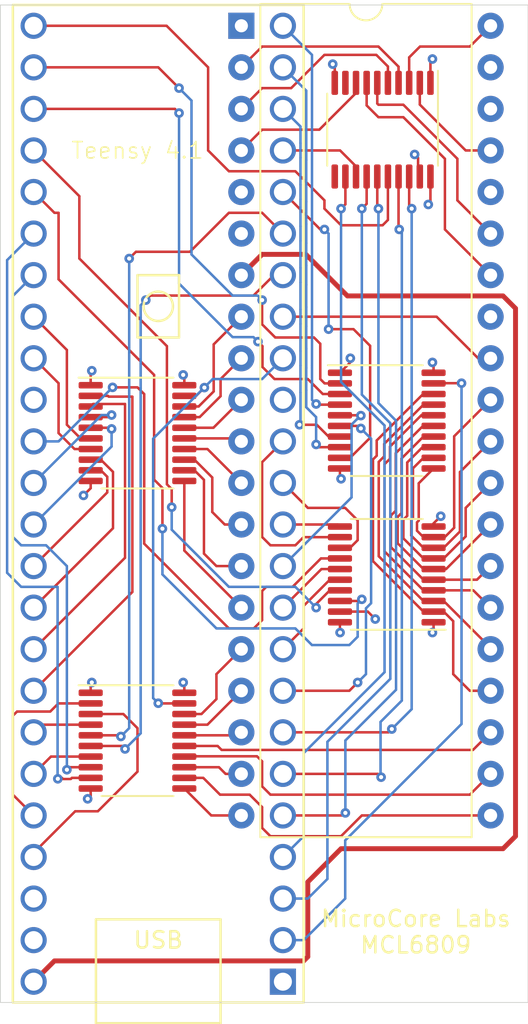
<source format=kicad_pcb>
(kicad_pcb (version 20211014) (generator pcbnew)
  (layers (0 "F.Cu" signal "L1.Cu") (1 "In1.Cu" signal "L2.Cu") (2 "In2.Cu" signal "L3.Cu") (31 "B.Cu" signal "L4.Cu") (34 "B.Paste" user) (35 "F.Paste" user) (36 "B.SilkS" user "B.Silkscreen") (37 "F.SilkS" user "F.Silkscreen") (38 "B.Mask" user) (39 "F.Mask" user) (44 "Edge.Cuts" user))
  (net 0 "")
  (net 1 "+3V3")
  (net 2 "CPU_D0")
  (net 3 "CPU_D1")
  (net 4 "CPU_D2")
  (net 5 "CPU_D3")
  (net 6 "CPU_D4")
  (net 7 "CPU_D5")
  (net 8 "CPU_D6")
  (net 9 "CPU_D7")
  (net 10 "GND")
  (net 11 "TEENSY_DATA_IN7")
  (net 12 "TEENSY_DATA_IN6")
  (net 13 "TEENSY_DATA_IN5")
  (net 14 "TEENSY_DATA_IN4")
  (net 15 "TEENSY_DATA_IN3")
  (net 16 "TEENSY_DATA_IN2")
  (net 17 "TEENSY_DATA_IN1")
  (net 18 "TEENSY_DATA_IN0")
  (net 19 "TEENSY_DATA_OUT0")
  (net 20 "TEENSY_DATA_OUT1")
  (net 21 "TEENSY_DATA_OUT2")
  (net 22 "TEENSY_DATA_OUT3")
  (net 23 "TEENSY_DATA_OUT4")
  (net 24 "TEENSY_DATA_OUT5")
  (net 25 "TEENSY_DATA_OUT6")
  (net 26 "TEENSY_DATA_OUT7")
  (net 27 "DATA_OE_n")
  (net 28 "TEENSY_ADDR_OUT0")
  (net 29 "TEENSY_ADDR_OUT1")
  (net 30 "TEENSY_ADDR_OUT2")
  (net 31 "TEENSY_ADDR_OUT3")
  (net 32 "TEENSY_ADDR_OUT4")
  (net 33 "TEENSY_ADDR_OUT5")
  (net 34 "TEENSY_ADDR_OUT6")
  (net 35 "TEENSY_ADDR_OUT7")
  (net 36 "CPU_A7")
  (net 37 "CPU_A6")
  (net 38 "CPU_A5")
  (net 39 "CPU_A4")
  (net 40 "CPU_A3")
  (net 41 "CPU_A2")
  (net 42 "CPU_A1")
  (net 43 "CPU_A0")
  (net 44 "ADDR_OE_n")
  (net 45 "TEENSY_ADDR_OUT8")
  (net 46 "TEENSY_ADDR_OUT9")
  (net 47 "TEENSY_ADDR_OUT10")
  (net 48 "TEENSY_ADDR_OUT11")
  (net 49 "TEENSY_ADDR_OUT12")
  (net 50 "TEENSY_ADDR_OUT13")
  (net 51 "TEENSY_ADDR_OUT14")
  (net 52 "TEENSY_ADDR_OUT15")
  (net 53 "CPU_A15")
  (net 54 "CPU_A14")
  (net 55 "CPU_A13")
  (net 56 "CPU_A12")
  (net 57 "CPU_A11")
  (net 58 "CPU_A10")
  (net 59 "CPU_A9")
  (net 60 "CPU_A8")
  (net 61 "CPU_RESET_n")
  (net 62 "CPU_NMI_n")
  (net 63 "CPU_IRQ_n")
  (net 64 "CPU_FIRQ_n")
  (net 65 "CPU_HALT_n")
  (net 66 "TEENSY_CLK_Q")
  (net 67 "TEENSY_CLK_E")
  (net 68 "CPU_CLK_E")
  (net 69 "TEENSY_RDWR_n")
  (net 70 "CPU_CLK_Q")
  (net 71 "TEENSY_HALT_n")
  (net 72 "TEENSY_FIRQ_n")
  (net 73 "TEENSY_IRQ_n")
  (net 74 "TEENSY_NMI_n")
  (net 75 "TEENSY_RESET_n")
  (net 78 "+5V")
  (footprint "Package_SO:TSSOP-20_4.4x6.5mm_P0.65mm" (layer "F.Cu") (at 175.26 116.332 180)
    (fp_text reference "U1" hide)
    (fp_text value "SN74LVC245A" hide)
  )
  (footprint "Teensy:Teensy41_Ted_Modified" (layer "F.Cu") (at 161.29 112.014 90)
    (fp_text reference "U2" hide)
    (fp_text value "Teensy4.1" hide)
  )
  (footprint "Package_SO:TSSOP-20_4.4x6.5mm_P0.65mm" (layer "F.Cu") (at 160.02 126.492)
    (fp_text reference "U5" hide)
    (fp_text value "SN74LVC245A" hide)
  )
  (footprint "Package_DIP:DIP-40_W15.24mm" (layer "F.Cu") (at 166.37 82.804)
    (fp_text reference "U7" hide)
    (fp_text value "MC6809E" hide)
  )
  (footprint "Package_SO:TSSOP-20_4.4x6.5mm_P0.65mm" (layer "F.Cu") (at 175.006 89.154 -90)
    (fp_text reference "U6" hide)
    (fp_text value "SN74LVC245A" hide)
  )
  (footprint "Package_SO:TSSOP-20_4.4x6.5mm_P0.65mm" (layer "F.Cu") (at 175.26 106.934)
    (fp_text reference "U3" hide)
    (fp_text value "SN74LVC245A" hide)
  )
  (footprint "Package_SO:TSSOP-20_4.4x6.5mm_P0.65mm" (layer "F.Cu") (at 160.02 107.696)
    (fp_text reference "U4" hide)
    (fp_text value "SN74LVC245A" hide)
  )
  (gr_line (start 151.638 142.494) (end 151.638 81.534) (layer "Edge.Cuts") (width 0.05))
  (gr_line (start 183.896 142.494) (end 151.638 142.494) (layer "Edge.Cuts") (width 0.05))
  (gr_line (start 151.638 81.534) (end 183.896 81.534) (layer "Edge.Cuts") (width 0.05))
  (gr_line (start 183.896 81.534) (end 183.896 142.494) (layer "Edge.Cuts") (width 0.05))
  (gr_text "MicroCore Labs\nMCL6809" (at 177.038 138.176) (layer "F.SilkS") (effects (font (size 1 1))))
  (gr_text "Teensy 4.1" (at 160.02 90.424) (layer "F.SilkS") (effects (font (size 1 1) (thickness 0.1))))
  (segment (start 162.8825 123.567) (end 162.8825 123.0045) (width 0.1524) (layer "F.Cu") (net 1))
  (segment (start 162.8825 104.2085) (end 162.814 104.14) (width 0.1524) (layer "F.Cu") (net 1))
  (segment (start 173.0338 103.3727) (end 173.0338 103.124) (width 0.1524) (layer "F.Cu") (net 1))
  (segment (start 177.931 84.959) (end 178.054 84.836) (width 0.1524) (layer "F.Cu") (net 1))
  (segment (start 178.1225 119.257) (end 178.1225 119.8195) (width 0.1524) (layer "F.Cu") (net 1))
  (segment (start 177.931 93.595) (end 177.8 93.726) (width 0.1524) (layer "F.Cu") (net 1))
  (segment (start 177.931 86.2915) (end 177.931 84.959) (width 0.1524) (layer "F.Cu") (net 1))
  (segment (start 172.3975 119.257) (end 172.3975 119.8793) (width 0.1524) (layer "F.Cu") (net 1))
  (segment (start 157.1575 123.0045) (end 157.226 122.936) (width 0.1524) (layer "F.Cu") (net 1))
  (segment (start 178.1225 104.009) (end 178.1225 103.4465) (width 0.1524) (layer "F.Cu") (net 1))
  (segment (start 157.1575 104.771) (end 157.1575 103.9545) (width 0.1524) (layer "F.Cu") (net 1))
  (segment (start 157.1575 123.567) (end 157.1575 123.0045) (width 0.1524) (layer "F.Cu") (net 1))
  (segment (start 178.1225 103.4465) (end 178.054 103.378) (width 0.1524) (layer "F.Cu") (net 1))
  (segment (start 157.1575 103.9545) (end 157.226 103.886) (width 0.1524) (layer "F.Cu") (net 1))
  (segment (start 178.1225 119.8195) (end 178.054 119.888) (width 0.1524) (layer "F.Cu") (net 1))
  (segment (start 177.931 92.0165) (end 177.931 93.595) (width 0.1524) (layer "F.Cu") (net 1))
  (segment (start 172.3975 104.009) (end 173.0338 103.3727) (width 0.1524) (layer "F.Cu") (net 1))
  (segment (start 162.8825 123.0045) (end 162.814 122.936) (width 0.1524) (layer "F.Cu") (net 1))
  (segment (start 162.8825 104.771) (end 162.8825 104.2085) (width 0.1524) (layer "F.Cu") (net 1))
  (segment (start 172.3975 119.8793) (end 172.4062 119.888) (width 0.1524) (layer "F.Cu") (net 1))
  (via (at 178.054 119.888) (size 0.5842) (drill 0.254) (layers "F.Cu" "B.Cu") (net 1))
  (via (at 157.226 122.936) (size 0.5842) (drill 0.254) (layers "F.Cu" "B.Cu") (net 1))
  (via (at 178.054 84.836) (size 0.5842) (drill 0.254) (layers "F.Cu" "B.Cu") (net 1))
  (via (at 157.226 103.886) (size 0.5842) (drill 0.254) (layers "F.Cu" "B.Cu") (net 1))
  (via (at 172.4062 119.888) (size 0.5842) (drill 0.254) (layers "F.Cu" "B.Cu") (net 1))
  (via (at 162.814 122.936) (size 0.5842) (drill 0.254) (layers "F.Cu" "B.Cu") (net 1))
  (via (at 173.0338 103.124) (size 0.5842) (drill 0.254) (layers "F.Cu" "B.Cu") (net 1))
  (via (at 177.8 93.726) (size 0.5842) (drill 0.254) (layers "F.Cu" "B.Cu") (net 1))
  (via (at 178.054 103.378) (size 0.5842) (drill 0.254) (layers "F.Cu" "B.Cu") (net 1))
  (via (at 162.814 104.14) (size 0.5842) (drill 0.254) (layers "F.Cu" "B.Cu") (net 1))
  (segment (start 177.10928 113.662628) (end 177.503652 114.057) (width 0.1524) (layer "F.Cu") (net 2))
  (segment (start 177.10928 113.151372) (end 177.215377 113.045275) (width 0.1524) (layer "F.Cu") (net 2))
  (segment (start 177.503652 114.057) (end 178.1225 114.057) (width 0.1524) (layer "F.Cu") (net 2))
  (segment (start 177.215377 110.766123) (end 178.1225 109.859) (width 0.1524) (layer "F.Cu") (net 2))
  (segment (start 179.382178 113.479822) (end 179.382178 107.891822) (width 0.1524) (layer "F.Cu") (net 2))
  (segment (start 179.382178 107.891822) (end 181.61 105.664) (width 0.1524) (layer "F.Cu") (net 2))
  (segment (start 177.10928 113.662628) (end 177.10928 113.151372) (width 0.1524) (layer "F.Cu") (net 2))
  (segment (start 178.1225 114.057) (end 178.805 114.057) (width 0.1524) (layer "F.Cu") (net 2))
  (segment (start 178.805 114.057) (end 179.382178 113.479822) (width 0.1524) (layer "F.Cu") (net 2))
  (segment (start 177.215377 113.045275) (end 177.215377 110.766123) (width 0.1524) (layer "F.Cu") (net 2))
  (segment (start 176.863466 109.849186) (end 177.503652 109.209) (width 0.1524) (layer "F.Cu") (net 3))
  (segment (start 178.1225 114.707) (end 178.741348 114.707) (width 0.1524) (layer "F.Cu") (net 3))
  (segment (start 176.757369 113.960717) (end 176.757369 113.005605) (width 0.1524) (layer "F.Cu") (net 3))
  (segment (start 179.734089 110.079911) (end 181.61 108.204) (width 0.1524) (layer "F.Cu") (net 3))
  (segment (start 177.503652 109.209) (end 178.1225 109.209) (width 0.1524) (layer "F.Cu") (net 3))
  (segment (start 178.1225 114.707) (end 177.503652 114.707) (width 0.1524) (layer "F.Cu") (net 3))
  (segment (start 178.741348 114.707) (end 179.734089 113.714259) (width 0.1524) (layer "F.Cu") (net 3))
  (segment (start 176.757369 113.005605) (end 176.863466 112.899508) (width 0.1524) (layer "F.Cu") (net 3))
  (segment (start 177.503652 114.707) (end 176.757369 113.960717) (width 0.1524) (layer "F.Cu") (net 3))
  (segment (start 179.734089 113.714259) (end 179.734089 110.079911) (width 0.1524) (layer "F.Cu") (net 3))
  (segment (start 176.863466 112.899508) (end 176.863466 109.849186) (width 0.1524) (layer "F.Cu") (net 3))
  (segment (start 178.741348 115.357) (end 180.086 114.012348) (width 0.1524) (layer "F.Cu") (net 4))
  (segment (start 176.276 112.989296) (end 176.511555 112.753741) (width 0.1524) (layer "F.Cu") (net 4))
  (segment (start 176.276 114.129348) (end 176.276 112.989296) (width 0.1524) (layer "F.Cu") (net 4))
  (segment (start 177.445 108.559) (end 178.1225 108.559) (width 0.1524) (layer "F.Cu") (net 4))
  (segment (start 180.086 114.012348) (end 180.086 112.268) (width 0.1524) (layer "F.Cu") (net 4))
  (segment (start 176.511555 112.753741) (end 176.511555 109.492445) (width 0.1524) (layer "F.Cu") (net 4))
  (segment (start 178.1225 115.357) (end 177.503652 115.357) (width 0.1524) (layer "F.Cu") (net 4))
  (segment (start 178.1225 115.357) (end 178.741348 115.357) (width 0.1524) (layer "F.Cu") (net 4))
  (segment (start 177.503652 115.357) (end 176.276 114.129348) (width 0.1524) (layer "F.Cu") (net 4))
  (segment (start 180.086 112.268) (end 181.61 110.744) (width 0.1524) (layer "F.Cu") (net 4))
  (segment (start 176.511555 109.492445) (end 177.445 108.559) (width 0.1524) (layer "F.Cu") (net 4))
  (segment (start 178.887 116.007) (end 181.61 113.284) (width 0.1524) (layer "F.Cu") (net 5))
  (segment (start 175.924089 114.427437) (end 175.924089 112.823457) (width 0.1524) (layer "F.Cu") (net 5))
  (segment (start 177.503652 116.007) (end 175.924089 114.427437) (width 0.1524) (layer "F.Cu") (net 5))
  (segment (start 178.1225 116.007) (end 177.503652 116.007) (width 0.1524) (layer "F.Cu") (net 5))
  (segment (start 176.159644 112.587902) (end 176.159644 109.253008) (width 0.1524) (layer "F.Cu") (net 5))
  (segment (start 175.924089 112.823457) (end 176.159644 112.587902) (width 0.1524) (layer "F.Cu") (net 5))
  (segment (start 177.503652 107.909) (end 178.1225 107.909) (width 0.1524) (layer "F.Cu") (net 5))
  (segment (start 178.1225 116.007) (end 178.887 116.007) (width 0.1524) (layer "F.Cu") (net 5))
  (segment (start 176.159644 109.253008) (end 177.503652 107.909) (width 0.1524) (layer "F.Cu") (net 5))
  (segment (start 175.807733 112.442103) (end 175.807733 108.926267) (width 0.1524) (layer "F.Cu") (net 6))
  (segment (start 178.1225 116.657) (end 180.777 116.657) (width 0.1524) (layer "F.Cu") (net 6))
  (segment (start 178.1225 116.657) (end 177.503652 116.657) (width 0.1524) (layer "F.Cu") (net 6))
  (segment (start 177.475 107.259) (end 178.1225 107.259) (width 0.1524) (layer "F.Cu") (net 6))
  (segment (start 175.514 114.667348) (end 175.514 112.735836) (width 0.1524) (layer "F.Cu") (net 6))
  (segment (start 175.807733 108.926267) (end 177.475 107.259) (width 0.1524) (layer "F.Cu") (net 6))
  (segment (start 177.503652 116.657) (end 175.514 114.667348) (width 0.1524) (layer "F.Cu") (net 6))
  (segment (start 180.777 116.657) (end 181.61 115.824) (width 0.1524) (layer "F.Cu") (net 6))
  (segment (start 175.514 112.735836) (end 175.807733 112.442103) (width 0.1524) (layer "F.Cu") (net 6))
  (segment (start 180.553 117.307) (end 181.61 118.364) (width 0.1524) (layer "F.Cu") (net 7))
  (segment (start 175.455822 109.266119) (end 175.455822 108.524898) (width 0.1524) (layer "F.Cu") (net 7))
  (segment (start 178.1225 117.307) (end 180.553 117.307) (width 0.1524) (layer "F.Cu") (net 7))
  (segment (start 175.455822 108.524898) (end 177.37172 106.609) (width 0.1524) (layer "F.Cu") (net 7))
  (segment (start 175.122357 109.599584) (end 175.455822 109.266119) (width 0.1524) (layer "F.Cu") (net 7))
  (segment (start 177.37172 106.609) (end 178.1225 106.609) (width 0.1524) (layer "F.Cu") (net 7))
  (segment (start 177.503652 117.307) (end 175.122357 114.925705) (width 0.1524) (layer "F.Cu") (net 7))
  (segment (start 178.1225 117.307) (end 177.503652 117.307) (width 0.1524) (layer "F.Cu") (net 7))
  (segment (start 175.122357 114.925705) (end 175.122357 109.599584) (width 0.1524) (layer "F.Cu") (net 7))
  (segment (start 178.1225 117.957) (end 177.503652 117.957) (width 0.1524) (layer "F.Cu") (net 8))
  (segment (start 174.770446 115.223794) (end 174.770446 109.453817) (width 0.1524) (layer "F.Cu") (net 8))
  (segment (start 175.103911 109.120352) (end 175.103911 108.358741) (width 0.1524) (layer "F.Cu") (net 8))
  (segment (start 177.503652 117.957) (end 174.770446 115.223794) (width 0.1524) (layer "F.Cu") (net 8))
  (segment (start 174.770446 109.453817) (end 175.103911 109.120352) (width 0.1524) (layer "F.Cu") (net 8))
  (segment (start 177.503652 105.959) (end 178.1225 105.959) (width 0.1524) (layer "F.Cu") (net 8))
  (segment (start 181.61 120.825652) (end 181.61 120.904) (width 0.1524) (layer "F.Cu") (net 8))
  (segment (start 178.741348 117.957) (end 181.61 120.825652) (width 0.1524) (layer "F.Cu") (net 8))
  (segment (start 178.1225 117.957) (end 178.741348 117.957) (width 0.1524) (layer "F.Cu") (net 8))
  (segment (start 175.103911 108.358741) (end 177.503652 105.959) (width 0.1524) (layer "F.Cu") (net 8))
  (segment (start 179.324 119.189652) (end 179.324 122.428) (width 0.1524) (layer "F.Cu") (net 9))
  (segment (start 178.1225 118.607) (end 177.503652 118.607) (width 0.1524) (layer "F.Cu") (net 9))
  (segment (start 174.418535 115.521883) (end 174.418535 109.30805) (width 0.1524) (layer "F.Cu") (net 9))
  (segment (start 180.34 123.444) (end 181.61 123.444) (width 0.1524) (layer "F.Cu") (net 9))
  (segment (start 174.418535 109.30805) (end 174.645909 109.080676) (width 0.1524) (layer "F.Cu") (net 9))
  (segment (start 174.645909 109.080676) (end 174.645909 108.146669) (width 0.1524) (layer "F.Cu") (net 9))
  (segment (start 177.483578 105.309) (end 178.1225 105.309) (width 0.1524) (layer "F.Cu") (net 9))
  (segment (start 179.324 122.428) (end 180.34 123.444) (width 0.1524) (layer "F.Cu") (net 9))
  (segment (start 178.741348 118.607) (end 179.324 119.189652) (width 0.1524) (layer "F.Cu") (net 9))
  (segment (start 177.503652 118.607) (end 174.418535 115.521883) (width 0.1524) (layer "F.Cu") (net 9))
  (segment (start 174.645909 108.146669) (end 177.483578 105.309) (width 0.1524) (layer "F.Cu") (net 9))
  (segment (start 178.1225 118.607) (end 178.741348 118.607) (width 0.1524) (layer "F.Cu") (net 9))
  (segment (start 172.3975 109.859) (end 172.3975 110.4215) (width 0.1524) (layer "F.Cu") (net 10))
  (segment (start 157.1575 110.621) (end 157.1575 111.0665) (width 0.1524) (layer "F.Cu") (net 10))
  (segment (start 174.103252 118.607) (end 174.5578 119.061548) (width 0.1524) (layer "F.Cu") (net 10))
  (segment (start 157.1575 111.0665) (end 156.718 111.506) (width 0.1524) (layer "F.Cu") (net 10))
  (segment (start 177.174489 90.877779) (end 176.965735 90.669025) (width 0.1524) (layer "F.Cu") (net 10))
  (segment (start 172.081 86.2915) (end 172.081 85.2728) (width 0.1524) (layer "F.Cu") (net 10))
  (segment (start 177.281 92.0165) (end 177.174489 91.909989) (width 0.1524) (layer "F.Cu") (net 10))
  (segment (start 177.174489 91.909989) (end 177.174489 90.877779) (width 0.1524) (layer "F.Cu") (net 10))
  (segment (start 172.081 85.2728) (end 171.958 85.1498) (width 0.1524) (layer "F.Cu") (net 10))
  (segment (start 178.1225 113.407) (end 178.1225 113.2155) (width 0.1524) (layer "F.Cu") (net 10))
  (segment (start 157.1575 129.417) (end 157.1575 129.8625) (width 0.1524) (layer "F.Cu") (net 10))
  (segment (start 172.3975 110.4215) (end 172.466 110.49) (width 0.1524) (layer "F.Cu") (net 10))
  (segment (start 157.1575 129.8625) (end 156.972 130.048) (width 0.1524) (layer "F.Cu") (net 10))
  (segment (start 178.1225 113.2155) (end 178.562 112.776) (width 0.1524) (layer "F.Cu") (net 10))
  (segment (start 172.3975 118.607) (end 174.103252 118.607) (width 0.1524) (layer "F.Cu") (net 10))
  (via (at 172.466 110.49) (size 0.5842) (drill 0.254) (layers "F.Cu" "B.Cu") (net 10))
  (via (at 156.972 130.048) (size 0.5842) (drill 0.254) (layers "F.Cu" "B.Cu") (net 10))
  (via (at 171.958 85.1498) (size 0.5842) (drill 0.254) (layers "F.Cu" "B.Cu") (net 10))
  (via (at 178.562 112.776) (size 0.5842) (drill 0.254) (layers "F.Cu" "B.Cu") (net 10))
  (via (at 174.5578 119.061548) (size 0.5842) (drill 0.254) (layers "F.Cu" "B.Cu") (net 10))
  (via (at 176.965735 90.669025) (size 0.5842) (drill 0.254) (layers "F.Cu" "B.Cu") (net 10))
  (via (at 156.718 111.506) (size 0.5842) (drill 0.254) (layers "F.Cu" "B.Cu") (net 10))
  (segment (start 161.544 111.049026) (end 161.036 110.541026) (width 0.1524) (layer "F.Cu") (net 11))
  (segment (start 173.635 117.957) (end 173.736 117.856) (width 0.1524) (layer "F.Cu") (net 11))
  (segment (start 161.036 110.541026) (end 161.036 104.14) (width 0.1524) (layer "F.Cu") (net 11))
  (segment (start 161.544 113.538) (end 161.544 111.049026) (width 0.1524) (layer "F.Cu") (net 11))
  (segment (start 154.94 94.234) (end 153.67 92.964) (width 0.1524) (layer "F.Cu") (net 11))
  (segment (start 155.194 98.298) (end 155.194 94.234) (width 0.1524) (layer "F.Cu") (net 11))
  (segment (start 155.194 94.234) (end 154.94 94.234) (width 0.1524) (layer "F.Cu") (net 11))
  (segment (start 161.036 104.14) (end 155.194 98.298) (width 0.1524) (layer "F.Cu") (net 11))
  (segment (start 172.3975 117.957) (end 173.635 117.957) (width 0.1524) (layer "F.Cu") (net 11))
  (via (at 173.736 117.856) (size 0.5842) (drill 0.254) (layers "F.Cu" "B.Cu") (net 11))
  (via (at 161.544 113.538) (size 0.5842) (drill 0.254) (layers "F.Cu" "B.Cu") (net 11))
  (segment (start 172.974 120.65) (end 170.686643 120.65) (width 0.1524) (layer "B.Cu") (net 11))
  (segment (start 170.686643 120.65) (end 169.670643 119.634) (width 0.1524) (layer "B.Cu") (net 11))
  (segment (start 173.482 120.142) (end 172.974 120.65) (width 0.1524) (layer "B.Cu") (net 11))
  (segment (start 173.482 118.11) (end 173.482 120.142) (width 0.1524) (layer "B.Cu") (net 11))
  (segment (start 164.846 119.634) (end 161.544 116.332) (width 0.1524) (layer "B.Cu") (net 11))
  (segment (start 173.736 117.856) (end 173.482 118.11) (width 0.1524) (layer "B.Cu") (net 11))
  (segment (start 161.544 116.332) (end 161.544 113.538) (width 0.1524) (layer "B.Cu") (net 11))
  (segment (start 169.670643 119.634) (end 164.846 119.634) (width 0.1524) (layer "B.Cu") (net 11))
  (segment (start 171.778652 117.307) (end 170.942 118.143652) (width 0.1524) (layer "F.Cu") (net 12))
  (segment (start 172.3975 117.307) (end 171.778652 117.307) (width 0.1524) (layer "F.Cu") (net 12))
  (segment (start 156.464 97.028) (end 161.818496 102.382496) (width 0.1524) (layer "F.Cu") (net 12))
  (segment (start 156.464 93.218) (end 156.464 97.028) (width 0.1524) (layer "F.Cu") (net 12))
  (segment (start 161.818496 110.825844) (end 162.1118 111.119148) (width 0.1524) (layer "F.Cu") (net 12))
  (segment (start 162.1118 111.119148) (end 162.1118 112.225721) (width 0.1524) (layer "F.Cu") (net 12))
  (segment (start 153.67 90.424) (end 156.464 93.218) (width 0.1524) (layer "F.Cu") (net 12))
  (segment (start 161.818496 102.382496) (end 161.818496 110.825844) (width 0.1524) (layer "F.Cu") (net 12))
  (segment (start 170.942 118.143652) (end 170.942 118.364) (width 0.1524) (layer "F.Cu") (net 12))
  (via (at 170.942 118.364) (size 0.5842) (drill 0.254) (layers "F.Cu" "B.Cu") (net 12))
  (via (at 162.1118 112.225721) (size 0.5842) (drill 0.254) (layers "F.Cu" "B.Cu") (net 12))
  (segment (start 170.942 118.364) (end 169.672 117.094) (width 0.1524) (layer "B.Cu") (net 12))
  (segment (start 165.608 117.094) (end 162.1118 113.5978) (width 0.1524) (layer "B.Cu") (net 12))
  (segment (start 162.1118 113.5978) (end 162.1118 112.225721) (width 0.1524) (layer "B.Cu") (net 12))
  (segment (start 169.672 117.094) (end 165.608 117.094) (width 0.1524) (layer "B.Cu") (net 12))
  (segment (start 170.18 118.255652) (end 170.18 119.634) (width 0.1524) (layer "F.Cu") (net 13))
  (segment (start 170.18 119.634) (end 168.91 120.904) (width 0.1524) (layer "F.Cu") (net 13))
  (segment (start 171.778652 116.657) (end 170.18 118.255652) (width 0.1524) (layer "F.Cu") (net 13))
  (segment (start 172.3975 116.657) (end 171.778652 116.657) (width 0.1524) (layer "F.Cu") (net 13))
  (segment (start 171.267 116.007) (end 168.91 118.364) (width 0.1524) (layer "F.Cu") (net 14))
  (segment (start 172.3975 116.007) (end 171.267 116.007) (width 0.1524) (layer "F.Cu") (net 14))
  (segment (start 171.237 115.357) (end 172.3975 115.357) (width 0.1524) (layer "F.Cu") (net 15))
  (segment (start 160.430089 114.456089) (end 165.608 119.634) (width 0.1524) (layer "F.Cu") (net 15))
  (segment (start 167.894 117.094) (end 169.5 117.094) (width 0.1524) (layer "F.Cu") (net 15))
  (segment (start 165.608 119.634) (end 167.132 119.634) (width 0.1524) (layer "F.Cu") (net 15))
  (segment (start 169.5 117.094) (end 171.237 115.357) (width 0.1524) (layer "F.Cu") (net 15))
  (segment (start 160.430089 105.312089) (end 160.430089 114.456089) (width 0.1524) (layer "F.Cu") (net 15))
  (segment (start 167.132 119.634) (end 167.64 119.126) (width 0.1524) (layer "F.Cu") (net 15))
  (segment (start 167.64 117.348) (end 167.894 117.094) (width 0.1524) (layer "F.Cu") (net 15))
  (segment (start 158.496 104.902) (end 160.02 104.902) (width 0.1524) (layer "F.Cu") (net 15))
  (segment (start 160.02 104.902) (end 160.430089 105.312089) (width 0.1524) (layer "F.Cu") (net 15))
  (segment (start 167.64 119.126) (end 167.64 117.348) (width 0.1524) (layer "F.Cu") (net 15))
  (via (at 158.496 104.902) (size 0.5842) (drill 0.254) (layers "F.Cu" "B.Cu") (net 15))
  (segment (start 153.67 108.204) (end 155.194 108.204) (width 0.1524) (layer "B.Cu") (net 15))
  (segment (start 155.194 108.204) (end 158.496 104.902) (width 0.1524) (layer "B.Cu") (net 15))
  (segment (start 173.482 114.241348) (end 173.482 113.03) (width 0.1524) (layer "F.Cu") (net 16))
  (segment (start 172.72 112.268) (end 170.434 112.268) (width 0.1524) (layer "F.Cu") (net 16))
  (segment (start 173.016348 114.707) (end 173.482 114.241348) (width 0.1524) (layer "F.Cu") (net 16))
  (segment (start 173.482 113.03) (end 172.72 112.268) (width 0.1524) (layer "F.Cu") (net 16))
  (segment (start 172.3975 114.707) (end 173.016348 114.707) (width 0.1524) (layer "F.Cu") (net 16))
  (segment (start 170.434 112.268) (end 168.91 110.744) (width 0.1524) (layer "F.Cu") (net 16))
  (segment (start 170.169 114.057) (end 169.672 114.554) (width 0.1524) (layer "F.Cu") (net 17))
  (segment (start 169.672 114.554) (end 168.148 114.554) (width 0.1524) (layer "F.Cu") (net 17))
  (segment (start 167.64 114.046) (end 167.64 109.474) (width 0.1524) (layer "F.Cu") (net 17))
  (segment (start 172.3975 114.057) (end 170.169 114.057) (width 0.1524) (layer "F.Cu") (net 17))
  (segment (start 168.148 114.554) (end 167.64 114.046) (width 0.1524) (layer "F.Cu") (net 17))
  (segment (start 167.64 109.474) (end 168.91 108.204) (width 0.1524) (layer "F.Cu") (net 17))
  (segment (start 172.2745 113.284) (end 168.91 113.284) (width 0.1524) (layer "F.Cu") (net 18))
  (segment (start 172.3975 113.407) (end 172.2745 113.284) (width 0.1524) (layer "F.Cu") (net 18))
  (segment (start 172.3975 109.209) (end 173.016348 109.209) (width 0.1524) (layer "F.Cu") (net 19))
  (segment (start 173.016348 109.209) (end 174.244 107.981348) (width 0.1524) (layer "F.Cu") (net 19))
  (segment (start 174.244 107.981348) (end 174.244 102.362) (width 0.1524) (layer "F.Cu") (net 19))
  (segment (start 173.228 101.346) (end 171.704 101.346) (width 0.1524) (layer "F.Cu") (net 19))
  (segment (start 171.45 95.25) (end 171.196 95.25) (width 0.1524) (layer "F.Cu") (net 19))
  (segment (start 174.244 102.362) (end 173.228 101.346) (width 0.1524) (layer "F.Cu") (net 19))
  (segment (start 171.196 95.25) (end 168.91 92.964) (width 0.1524) (layer "F.Cu") (net 19))
  (via (at 171.704 101.346) (size 0.5842) (drill 0.254) (layers "F.Cu" "B.Cu") (net 19))
  (via (at 171.45 95.25) (size 0.5842) (drill 0.254) (layers "F.Cu" "B.Cu") (net 19))
  (segment (start 171.704 95.504) (end 171.45 95.25) (width 0.1524) (layer "B.Cu") (net 19))
  (segment (start 171.704 101.346) (end 171.704 95.504) (width 0.1524) (layer "B.Cu") (net 19))
  (segment (start 171.109657 108.559) (end 170.942 108.391343) (width 0.1524) (layer "F.Cu") (net 20))
  (segment (start 172.3975 108.559) (end 171.109657 108.559) (width 0.1524) (layer "F.Cu") (net 20))
  (via (at 170.942 108.391343) (size 0.5842) (drill 0.254) (layers "F.Cu" "B.Cu") (net 20))
  (segment (start 170.337622 97.452659) (end 170.337622 98.635342) (width 0.1524) (layer "B.Cu") (net 20))
  (segment (start 170.336089 101.176874) (end 170.336089 102.531125) (width 0.1524) (layer "B.Cu") (net 20))
  (segment (start 170.337622 102.532659) (end 170.337622 103.715342) (width 0.1524) (layer "B.Cu") (net 20))
  (segment (start 168.91 85.344) (end 170.337622 86.771622) (width 0.1524) (layer "B.Cu") (net 20))
  (segment (start 170.336089 98.636874) (end 170.336089 99.991125) (width 0.1524) (layer "B.Cu") (net 20))
  (segment (start 170.336089 97.451125) (end 170.337622 97.452659) (width 0.1524) (layer "B.Cu") (net 20))
  (segment (start 170.336089 91.016874) (end 170.336089 92.371125) (width 0.1524) (layer "B.Cu") (net 20))
  (segment (start 170.336089 92.371125) (end 170.337622 92.372659) (width 0.1524) (layer "B.Cu") (net 20))
  (segment (start 170.337622 96.095342) (end 170.336089 96.096874) (width 0.1524) (layer "B.Cu") (net 20))
  (segment (start 170.336089 96.096874) (end 170.336089 97.451125) (width 0.1524) (layer "B.Cu") (net 20))
  (segment (start 170.337622 99.992659) (end 170.337622 101.175342) (width 0.1524) (layer "B.Cu") (net 20))
  (segment (start 170.337622 106.116615) (end 170.942 106.720993) (width 0.1524) (layer "B.Cu") (net 20))
  (segment (start 170.942 106.720993) (end 170.942 108.391343) (width 0.1524) (layer "B.Cu") (net 20))
  (segment (start 170.337622 93.555342) (end 170.336089 93.556874) (width 0.1524) (layer "B.Cu") (net 20))
  (segment (start 170.336089 105.071125) (end 170.337622 105.072659) (width 0.1524) (layer "B.Cu") (net 20))
  (segment (start 170.337622 103.715342) (end 170.336089 103.716874) (width 0.1524) (layer "B.Cu") (net 20))
  (segment (start 170.336089 103.716874) (end 170.336089 105.071125) (width 0.1524) (layer "B.Cu") (net 20))
  (segment (start 170.336089 102.531125) (end 170.337622 102.532659) (width 0.1524) (layer "B.Cu") (net 20))
  (segment (start 170.337622 101.175342) (end 170.336089 101.176874) (width 0.1524) (layer "B.Cu") (net 20))
  (segment (start 170.337622 94.912659) (end 170.337622 96.095342) (width 0.1524) (layer "B.Cu") (net 20))
  (segment (start 170.337622 92.372659) (end 170.337622 93.555342) (width 0.1524) (layer "B.Cu") (net 20))
  (segment (start 170.336089 99.991125) (end 170.337622 99.992659) (width 0.1524) (layer "B.Cu") (net 20))
  (segment (start 170.337622 86.771622) (end 170.337622 91.015342) (width 0.1524) (layer "B.Cu") (net 20))
  (segment (start 170.337622 105.072659) (end 170.337622 106.116615) (width 0.1524) (layer "B.Cu") (net 20))
  (segment (start 170.336089 93.556874) (end 170.336089 94.911125) (width 0.1524) (layer "B.Cu") (net 20))
  (segment (start 170.336089 94.911125) (end 170.337622 94.912659) (width 0.1524) (layer "B.Cu") (net 20))
  (segment (start 170.337622 98.635342) (end 170.336089 98.636874) (width 0.1524) (layer "B.Cu") (net 20))
  (segment (start 170.337622 91.015342) (end 170.336089 91.016874) (width 0.1524) (layer "B.Cu") (net 20))
  (segment (start 169.926 107.188) (end 170.982993 107.188) (width 0.1524) (layer "F.Cu") (net 21))
  (segment (start 171.703993 107.909) (end 172.3975 107.909) (width 0.1524) (layer "F.Cu") (net 21))
  (segment (start 170.982993 107.188) (end 171.703993 107.909) (width 0.1524) (layer "F.Cu") (net 21))
  (via (at 169.926 107.188) (size 0.5842) (drill 0.254) (layers "F.Cu" "B.Cu") (net 21))
  (segment (start 169.984178 101.031108) (end 169.984178 102.676892) (width 0.1524) (layer "B.Cu") (net 21))
  (segment (start 169.984178 90.871108) (end 169.984178 92.516892) (width 0.1524) (layer "B.Cu") (net 21))
  (segment (start 169.985711 93.409575) (end 169.984178 93.411108) (width 0.1524) (layer "B.Cu") (net 21))
  (segment (start 169.985711 95.949575) (end 169.984178 95.951108) (width 0.1524) (layer "B.Cu") (net 21))
  (segment (start 169.985711 98.489575) (end 169.984178 98.491108) (width 0.1524) (layer "B.Cu") (net 21))
  (segment (start 169.984178 105.216892) (end 169.985711 105.218425) (width 0.1524) (layer "B.Cu") (net 21))
  (segment (start 169.984178 92.516892) (end 169.985711 92.518425) (width 0.1524) (layer "B.Cu") (net 21))
  (segment (start 169.984178 100.136892) (end 169.985711 100.138425) (width 0.1524) (layer "B.Cu") (net 21))
  (segment (start 168.91 87.884) (end 169.984178 88.958178) (width 0.1524) (layer "B.Cu") (net 21))
  (segment (start 169.984178 98.491108) (end 169.984178 100.136892) (width 0.1524) (layer "B.Cu") (net 21))
  (segment (start 169.984178 102.676892) (end 169.985711 102.678425) (width 0.1524) (layer "B.Cu") (net 21))
  (segment (start 169.985711 90.869575) (end 169.984178 90.871108) (width 0.1524) (layer "B.Cu") (net 21))
  (segment (start 169.985711 100.138425) (end 169.985711 101.029575) (width 0.1524) (layer "B.Cu") (net 21))
  (segment (start 169.985711 105.218425) (end 169.985711 107.128289) (width 0.1524) (layer "B.Cu") (net 21))
  (segment (start 169.984178 88.958178) (end 169.984178 89.976892) (width 0.1524) (layer "B.Cu") (net 21))
  (segment (start 169.984178 93.411108) (end 169.984178 95.056892) (width 0.1524) (layer "B.Cu") (net 21))
  (segment (start 169.984178 89.976892) (end 169.985711 89.978425) (width 0.1524) (layer "B.Cu") (net 21))
  (segment (start 169.984178 95.951108) (end 169.984178 97.596892) (width 0.1524) (layer "B.Cu") (net 21))
  (segment (start 169.985711 92.518425) (end 169.985711 93.409575) (width 0.1524) (layer "B.Cu") (net 21))
  (segment (start 169.985711 97.598425) (end 169.985711 98.489575) (width 0.1524) (layer "B.Cu") (net 21))
  (segment (start 169.985711 107.128289) (end 169.926 107.188) (width 0.1524) (layer "B.Cu") (net 21))
  (segment (start 169.984178 97.596892) (end 169.985711 97.598425) (width 0.1524) (layer "B.Cu") (net 21))
  (segment (start 169.985711 102.678425) (end 169.985711 103.569575) (width 0.1524) (layer "B.Cu") (net 21))
  (segment (start 169.985711 95.058425) (end 169.985711 95.949575) (width 0.1524) (layer "B.Cu") (net 21))
  (segment (start 169.984178 95.056892) (end 169.985711 95.058425) (width 0.1524) (layer "B.Cu") (net 21))
  (segment (start 169.985711 89.978425) (end 169.985711 90.869575) (width 0.1524) (layer "B.Cu") (net 21))
  (segment (start 169.985711 101.029575) (end 169.984178 101.031108) (width 0.1524) (layer "B.Cu") (net 21))
  (segment (start 169.985711 103.569575) (end 169.984178 103.571108) (width 0.1524) (layer "B.Cu") (net 21))
  (segment (start 169.984178 103.571108) (end 169.984178 105.216892) (width 0.1524) (layer "B.Cu") (net 21))
  (segment (start 172.3975 107.259) (end 173.522877 107.259) (width 0.1524) (layer "F.Cu") (net 22))
  (segment (start 173.522877 107.259) (end 173.6762 107.412323) (width 0.1524) (layer "F.Cu") (net 22))
  (segment (start 168.91 123.444) (end 172.974 123.444) (width 0.1524) (layer "F.Cu") (net 22))
  (segment (start 172.974 123.444) (end 173.482 122.936) (width 0.1524) (layer "F.Cu") (net 22))
  (via (at 173.6762 107.412323) (size 0.5842) (drill 0.254) (layers "F.Cu" "B.Cu") (net 22))
  (via (at 173.482 122.936) (size 0.5842) (drill 0.254) (layers "F.Cu" "B.Cu") (net 22))
  (segment (start 173.99 118.404993) (end 174.303801 118.091192) (width 0.1524) (layer "B.Cu") (net 22))
  (segment (start 173.482 122.936) (end 173.99 122.428) (width 0.1524) (layer "B.Cu") (net 22))
  (segment (start 174.303801 118.091192) (end 174.303801 108.039924) (width 0.1524) (layer "B.Cu") (net 22))
  (segment (start 173.99 122.428) (end 173.99 118.404993) (width 0.1524) (layer "B.Cu") (net 22))
  (segment (start 174.303801 108.039924) (end 173.6762 107.412323) (width 0.1524) (layer "B.Cu") (net 22))
  (segment (start 173.65658 106.609) (end 173.6762 106.62862) (width 0.1524) (layer "F.Cu") (net 23))
  (segment (start 172.3975 106.609) (end 173.65658 106.609) (width 0.1524) (layer "F.Cu") (net 23))
  (via (at 173.6762 106.62862) (size 0.5842) (drill 0.254) (layers "F.Cu" "B.Cu") (net 23))
  (segment (start 173.460298 106.844522) (end 173.6762 106.62862) (width 0.1524) (layer "B.Cu") (net 23))
  (segment (start 168.91 115.824) (end 173.108399 111.625601) (width 0.1524) (layer "B.Cu") (net 23))
  (segment (start 173.441008 106.844522) (end 173.460298 106.844522) (width 0.1524) (layer "B.Cu") (net 23))
  (segment (start 173.108399 111.625601) (end 173.108399 107.177131) (width 0.1524) (layer "B.Cu") (net 23))
  (segment (start 173.108399 107.177131) (end 173.441008 106.844522) (width 0.1524) (layer "B.Cu") (net 23))
  (segment (start 172.3975 105.959) (end 170.983 105.959) (width 0.1524) (layer "F.Cu") (net 24))
  (segment (start 170.983 105.959) (end 170.942 105.918) (width 0.1524) (layer "F.Cu") (net 24))
  (via (at 170.942 105.918) (size 0.5842) (drill 0.254) (layers "F.Cu" "B.Cu") (net 24))
  (segment (start 170.68958 84.58358) (end 168.91 82.804) (width 0.1524) (layer "B.Cu") (net 24))
  (segment (start 170.68958 103.569691) (end 170.68958 84.58358) (width 0.1524) (layer "B.Cu") (net 24))
  (segment (start 170.689533 105.665533) (end 170.689533 103.713923) (width 0.1524) (layer "B.Cu") (net 24))
  (segment (start 170.942 105.918) (end 170.689533 105.665533) (width 0.1524) (layer "B.Cu") (net 24))
  (segment (start 170.689533 103.713923) (end 170.68958 103.569691) (width 0.1524) (layer "B.Cu") (net 24))
  (segment (start 171.349 105.309) (end 170.434 104.394) (width 0.1524) (layer "F.Cu") (net 25))
  (segment (start 153.67 87.884) (end 162.306 87.884) (width 0.1524) (layer "F.Cu") (net 25))
  (segment (start 172.3975 105.309) (end 171.349 105.309) (width 0.1524) (layer "F.Cu") (net 25))
  (segment (start 162.306 87.884) (end 162.56 88.138) (width 0.1524) (layer "F.Cu") (net 25))
  (segment (start 170.434 104.394) (end 168.396607 104.394) (width 0.1524) (layer "F.Cu") (net 25))
  (segment (start 167.661611 102.383611) (end 167.386 102.108) (width 0.1524) (layer "F.Cu") (net 25))
  (segment (start 167.661611 103.659004) (end 167.661611 102.383611) (width 0.1524) (layer "F.Cu") (net 25))
  (segment (start 168.396607 104.394) (end 167.661611 103.659004) (width 0.1524) (layer "F.Cu") (net 25))
  (via (at 167.386 102.108) (size 0.5842) (drill 0.254) (layers "F.Cu" "B.Cu") (net 25))
  (via (at 162.56 88.138) (size 0.5842) (drill 0.254) (layers "F.Cu" "B.Cu") (net 25))
  (segment (start 165.834996 101.832389) (end 167.110389 101.832389) (width 0.1524) (layer "B.Cu") (net 25))
  (segment (start 167.110389 101.832389) (end 167.386 102.108) (width 0.1524) (layer "B.Cu") (net 25))
  (segment (start 162.56 98.557393) (end 165.834996 101.832389) (width 0.1524) (layer "B.Cu") (net 25))
  (segment (start 162.56 88.138) (end 162.56 98.557393) (width 0.1524) (layer "B.Cu") (net 25))
  (segment (start 167.64 101.051007) (end 167.64 99.568) (width 0.1524) (layer "F.Cu") (net 26))
  (segment (start 171.196 102.23944) (end 170.81056 101.854) (width 0.1524) (layer "F.Cu") (net 26))
  (segment (start 161.29 85.344) (end 162.56 86.614) (width 0.1524) (layer "F.Cu") (net 26))
  (segment (start 170.81056 101.854) (end 168.442993 101.854) (width 0.1524) (layer "F.Cu") (net 26))
  (segment (start 171.461 104.659) (end 171.196 104.394) (width 0.1524) (layer "F.Cu") (net 26))
  (segment (start 168.442993 101.854) (end 167.64 101.051007) (width 0.1524) (layer "F.Cu") (net 26))
  (segment (start 153.67 85.344) (end 161.29 85.344) (width 0.1524) (layer "F.Cu") (net 26))
  (segment (start 171.196 104.394) (end 171.196 102.23944) (width 0.1524) (layer "F.Cu") (net 26))
  (segment (start 172.3975 104.659) (end 171.461 104.659) (width 0.1524) (layer "F.Cu") (net 26))
  (via (at 167.64 99.568) (size 0.5842) (drill 0.254) (layers "F.Cu" "B.Cu") (net 26))
  (via (at 162.56 86.614) (size 0.5842) (drill 0.254) (layers "F.Cu" "B.Cu") (net 26))
  (segment (start 167.364389 99.292389) (end 167.64 99.568) (width 0.1524) (layer "B.Cu") (net 26))
  (segment (start 163.322 87.376) (end 163.322 96.779393) (width 0.1524) (layer "B.Cu") (net 26))
  (segment (start 165.834996 99.292389) (end 167.364389 99.292389) (width 0.1524) (layer "B.Cu") (net 26))
  (segment (start 163.322 96.779393) (end 165.834996 99.292389) (width 0.1524) (layer "B.Cu") (net 26))
  (segment (start 162.56 86.614) (end 163.322 87.376) (width 0.1524) (layer "B.Cu") (net 26))
  (segment (start 178.1335 104.648) (end 178.1225 104.659) (width 0.1524) (layer "F.Cu") (net 27))
  (segment (start 179.832 104.648) (end 178.1335 104.648) (width 0.1524) (layer "F.Cu") (net 27))
  (via (at 179.832 104.648) (size 0.5842) (drill 0.254) (layers "F.Cu" "B.Cu") (net 27))
  (segment (start 170.18 138.684) (end 172.72 136.144) (width 0.1524) (layer "B.Cu") (net 27))
  (segment (start 168.91 138.684) (end 170.18 138.684) (width 0.1524) (layer "B.Cu") (net 27))
  (segment (start 179.832 125.476) (end 179.832 104.648) (width 0.1524) (layer "B.Cu") (net 27))
  (segment (start 172.72 136.144) (end 172.72 132.588) (width 0.1524) (layer "B.Cu") (net 27))
  (segment (start 172.72 132.588) (end 179.832 125.476) (width 0.1524) (layer "B.Cu") (net 27))
  (segment (start 159.706199 105.469801) (end 159.706199 117.407801) (width 0.1524) (layer "F.Cu") (net 28))
  (segment (start 158.212007 105.421) (end 158.260808 105.469801) (width 0.1524) (layer "F.Cu") (net 28))
  (segment (start 158.260808 105.469801) (end 159.706199 105.469801) (width 0.1524) (layer "F.Cu") (net 28))
  (segment (start 157.1575 105.421) (end 158.212007 105.421) (width 0.1524) (layer "F.Cu") (net 28))
  (segment (start 159.706199 117.407801) (end 153.67 123.444) (width 0.1524) (layer "F.Cu") (net 28))
  (segment (start 157.1575 106.071) (end 157.3105 105.918) (width 0.1524) (layer "F.Cu") (net 29))
  (segment (start 159.258 105.918) (end 159.258 115.316) (width 0.1524) (layer "F.Cu") (net 29))
  (segment (start 159.258 115.316) (end 153.67 120.904) (width 0.1524) (layer "F.Cu") (net 29))
  (segment (start 157.3105 105.918) (end 159.258 105.918) (width 0.1524) (layer "F.Cu") (net 29))
  (segment (start 158.308071 106.721) (end 158.4362 106.592871) (width 0.1524) (layer "F.Cu") (net 30))
  (segment (start 157.1575 106.721) (end 158.308071 106.721) (width 0.1524) (layer "F.Cu") (net 30))
  (via (at 158.4362 106.592871) (size 0.5842) (drill 0.254) (layers "F.Cu" "B.Cu") (net 30))
  (segment (start 157.821129 106.592871) (end 158.4362 106.592871) (width 0.1524) (layer "B.Cu") (net 30))
  (segment (start 153.67 110.744) (end 157.821129 106.592871) (width 0.1524) (layer "B.Cu") (net 30))
  (segment (start 158.3652 107.371) (end 158.4362 107.442) (width 0.1524) (layer "F.Cu") (net 31))
  (segment (start 157.1575 107.371) (end 158.3652 107.371) (width 0.1524) (layer "F.Cu") (net 31))
  (via (at 158.4362 107.442) (size 0.5842) (drill 0.254) (layers "F.Cu" "B.Cu") (net 31))
  (segment (start 158.4362 108.5178) (end 158.4362 107.442) (width 0.1524) (layer "B.Cu") (net 31))
  (segment (start 153.67 113.284) (end 158.4362 108.5178) (width 0.1524) (layer "B.Cu") (net 31))
  (segment (start 155.702 102.616) (end 153.67 100.584) (width 0.1524) (layer "F.Cu") (net 32))
  (segment (start 155.702 107.184348) (end 155.702 102.616) (width 0.1524) (layer "F.Cu") (net 32))
  (segment (start 156.538652 108.021) (end 155.702 107.184348) (width 0.1524) (layer "F.Cu") (net 32))
  (segment (start 157.1575 108.021) (end 156.538652 108.021) (width 0.1524) (layer "F.Cu") (net 32))
  (segment (start 156.169 108.671) (end 155.194 107.696) (width 0.1524) (layer "F.Cu") (net 33))
  (segment (start 155.194 104.648) (end 153.67 103.124) (width 0.1524) (layer "F.Cu") (net 33))
  (segment (start 157.1575 108.671) (end 156.169 108.671) (width 0.1524) (layer "F.Cu") (net 33))
  (segment (start 155.194 107.696) (end 155.194 104.648) (width 0.1524) (layer "F.Cu") (net 33))
  (segment (start 157.1575 109.321) (end 157.776348 109.321) (width 0.1524) (layer "F.Cu") (net 34))
  (segment (start 157.776348 109.321) (end 158.522631 110.067283) (width 0.1524) (layer "F.Cu") (net 34))
  (segment (start 158.522631 113.511369) (end 153.67 118.364) (width 0.1524) (layer "F.Cu") (net 34))
  (segment (start 158.522631 110.067283) (end 158.522631 113.511369) (width 0.1524) (layer "F.Cu") (net 34))
  (segment (start 158.17072 111.32328) (end 153.67 115.824) (width 0.1524) (layer "F.Cu") (net 35))
  (segment (start 157.776348 109.971) (end 158.17072 110.365372) (width 0.1524) (layer "F.Cu") (net 35))
  (segment (start 157.1575 109.971) (end 157.776348 109.971) (width 0.1524) (layer "F.Cu") (net 35))
  (segment (start 158.17072 110.365372) (end 158.17072 111.32328) (width 0.1524) (layer "F.Cu") (net 35))
  (segment (start 166.37 118.364) (end 162.8825 114.8765) (width 0.1524) (layer "F.Cu") (net 36))
  (segment (start 162.8825 114.8765) (end 162.8825 110.621) (width 0.1524) (layer "F.Cu") (net 36))
  (segment (start 164.084 115.062) (end 164.846 115.824) (width 0.1524) (layer "F.Cu") (net 37))
  (segment (start 163.501348 109.971) (end 164.084 110.553652) (width 0.1524) (layer "F.Cu") (net 37))
  (segment (start 162.8825 109.971) (end 163.501348 109.971) (width 0.1524) (layer "F.Cu") (net 37))
  (segment (start 164.084 110.553652) (end 164.084 115.062) (width 0.1524) (layer "F.Cu") (net 37))
  (segment (start 164.846 115.824) (end 166.37 115.824) (width 0.1524) (layer "F.Cu") (net 37))
  (segment (start 165.354 113.284) (end 166.37 113.284) (width 0.1524) (layer "F.Cu") (net 38))
  (segment (start 163.501348 109.321) (end 164.592 110.411652) (width 0.1524) (layer "F.Cu") (net 38))
  (segment (start 164.592 110.411652) (end 164.592 112.522) (width 0.1524) (layer "F.Cu") (net 38))
  (segment (start 162.8825 109.321) (end 163.501348 109.321) (width 0.1524) (layer "F.Cu") (net 38))
  (segment (start 164.592 112.522) (end 165.354 113.284) (width 0.1524) (layer "F.Cu") (net 38))
  (segment (start 164.297 108.671) (end 166.37 110.744) (width 0.1524) (layer "F.Cu") (net 39))
  (segment (start 162.8825 108.671) (end 164.297 108.671) (width 0.1524) (layer "F.Cu") (net 39))
  (segment (start 166.187 108.021) (end 166.37 108.204) (width 0.1524) (layer "F.Cu") (net 40))
  (segment (start 162.8825 108.021) (end 166.187 108.021) (width 0.1524) (layer "F.Cu") (net 40))
  (segment (start 164.663 107.371) (end 166.37 105.664) (width 0.1524) (layer "F.Cu") (net 41))
  (segment (start 162.8825 107.371) (end 164.663 107.371) (width 0.1524) (layer "F.Cu") (net 41))
  (segment (start 162.8825 106.721) (end 163.81967 106.721) (width 0.1524) (layer "F.Cu") (net 42))
  (segment (start 165.1 105.44067) (end 165.1 104.394) (width 0.1524) (layer "F.Cu") (net 42))
  (segment (start 163.81967 106.721) (end 165.1 105.44067) (width 0.1524) (layer "F.Cu") (net 42))
  (segment (start 165.1 104.394) (end 166.37 103.124) (width 0.1524) (layer "F.Cu") (net 42))
  (segment (start 164.67851 102.27549) (end 166.37 100.584) (width 0.1524) (layer "F.Cu") (net 43))
  (segment (start 162.8825 106.071) (end 163.758805 106.071) (width 0.1524) (layer "F.Cu") (net 43))
  (segment (start 164.67851 105.151295) (end 164.67851 102.27549) (width 0.1524) (layer "F.Cu") (net 43))
  (segment (start 163.758805 106.071) (end 164.67851 105.151295) (width 0.1524) (layer "F.Cu") (net 43))
  (segment (start 161.301 124.217) (end 161.29 124.206) (width 0.1524) (layer "F.Cu") (net 44))
  (segment (start 162.8825 105.421) (end 163.605812 105.421) (width 0.1524) (layer "F.Cu") (net 44))
  (segment (start 163.605812 105.421) (end 164.109809 104.917003) (width 0.1524) (layer "F.Cu") (net 44))
  (segment (start 162.8825 124.217) (end 161.301 124.217) (width 0.1524) (layer "F.Cu") (net 44))
  (via (at 161.29 124.206) (size 0.5842) (drill 0.254) (layers "F.Cu" "B.Cu") (net 44))
  (via (at 164.109809 104.917003) (size 0.5842) (drill 0.254) (layers "F.Cu" "B.Cu") (net 44))
  (segment (start 164.620177 104.394) (end 167.64 104.394) (width 0.1524) (layer "B.Cu") (net 44))
  (segment (start 161.29 124.206) (end 160.976199 123.892199) (width 0.1524) (layer "B.Cu") (net 44))
  (segment (start 160.976199 108.037978) (end 164.620177 104.394) (width 0.1524) (layer "B.Cu") (net 44))
  (segment (start 160.976199 123.892199) (end 160.976199 108.037978) (width 0.1524) (layer "B.Cu") (net 44))
  (segment (start 167.64 104.394) (end 168.91 103.124) (width 0.1524) (layer "B.Cu") (net 44))
  (segment (start 154.686 124.714) (end 152.654 124.714) (width 0.1524) (layer "F.Cu") (net 45))
  (segment (start 152.4 129.794) (end 153.67 131.064) (width 0.1524) (layer "F.Cu") (net 45))
  (segment (start 157.1575 124.217) (end 155.183 124.217) (width 0.1524) (layer "F.Cu") (net 45))
  (segment (start 152.4 124.968) (end 152.4 129.794) (width 0.1524) (layer "F.Cu") (net 45))
  (segment (start 152.654 124.714) (end 152.4 124.968) (width 0.1524) (layer "F.Cu") (net 45))
  (segment (start 155.183 124.217) (end 154.686 124.714) (width 0.1524) (layer "F.Cu") (net 45))
  (segment (start 160.02 128.38537) (end 157.59537 130.81) (width 0.1524) (layer "F.Cu") (net 46))
  (segment (start 160.02 125.73) (end 160.02 128.38537) (width 0.1524) (layer "F.Cu") (net 46))
  (segment (start 156.21 130.81) (end 153.67 133.35) (width 0.1524) (layer "F.Cu") (net 46))
  (segment (start 157.59537 130.81) (end 156.21 130.81) (width 0.1524) (layer "F.Cu") (net 46))
  (segment (start 159.157 124.867) (end 160.02 125.73) (width 0.1524) (layer "F.Cu") (net 46))
  (segment (start 153.67 133.35) (end 153.67 133.604) (width 0.1524) (layer "F.Cu") (net 46))
  (segment (start 157.1575 124.867) (end 159.157 124.867) (width 0.1524) (layer "F.Cu") (net 46))
  (segment (start 157.1575 125.517) (end 154.137 125.517) (width 0.1524) (layer "F.Cu") (net 47))
  (segment (start 154.137 125.517) (end 153.67 125.984) (width 0.1524) (layer "F.Cu") (net 47))
  (segment (start 154.727 127.467) (end 153.67 128.524) (width 0.1524) (layer "F.Cu") (net 48))
  (segment (start 157.1575 127.467) (end 154.727 127.467) (width 0.1524) (layer "F.Cu") (net 48))
  (segment (start 157.1575 128.767) (end 156.007993 128.767) (width 0.1524) (layer "F.Cu") (net 49))
  (segment (start 155.396007 128.767) (end 155.205 128.767) (width 0.1524) (layer "F.Cu") (net 49))
  (segment (start 155.466808 128.837801) (end 155.396007 128.767) (width 0.1524) (layer "F.Cu") (net 49))
  (segment (start 156.007993 128.767) (end 155.937192 128.837801) (width 0.1524) (layer "F.Cu") (net 49))
  (segment (start 155.205 128.767) (end 155.147839 128.824161) (width 0.1524) (layer "F.Cu") (net 49))
  (segment (start 155.937192 128.837801) (end 155.466808 128.837801) (width 0.1524) (layer "F.Cu") (net 49))
  (via (at 155.147839 128.824161) (size 0.5842) (drill 0.254) (layers "F.Cu" "B.Cu") (net 49))
  (segment (start 152.908 117.094) (end 152.048089 116.234089) (width 0.1524) (layer "B.Cu") (net 49))
  (segment (start 152.048089 97.125911) (end 153.67 95.504) (width 0.1524) (layer "B.Cu") (net 49))
  (segment (start 155.194 128.778) (end 155.134199 128.718199) (width 0.1524) (layer "B.Cu") (net 49))
  (segment (start 152.048089 116.234089) (end 152.048089 97.125911) (width 0.1524) (layer "B.Cu") (net 49))
  (segment (start 155.134199 117.094) (end 152.908 117.094) (width 0.1524) (layer "B.Cu") (net 49))
  (segment (start 155.147839 128.824161) (end 155.194 128.778) (width 0.1524) (layer "B.Cu") (net 49))
  (segment (start 155.134199 128.718199) (end 155.134199 117.094) (width 0.1524) (layer "B.Cu") (net 49))
  (segment (start 157.1575 128.117) (end 155.855 128.117) (width 0.1524) (layer "F.Cu") (net 50))
  (segment (start 155.855 128.117) (end 155.702 128.27) (width 0.1524) (layer "F.Cu") (net 50))
  (via (at 155.702 128.27) (size 0.5842) (drill 0.254) (layers "F.Cu" "B.Cu") (net 50))
  (segment (start 155.702 115.824) (end 154.432 114.554) (width 0.1524) (layer "B.Cu") (net 50))
  (segment (start 152.4 114.046) (end 152.4 99.314) (width 0.1524) (layer "B.Cu") (net 50))
  (segment (start 155.702 128.27) (end 155.702 115.824) (width 0.1524) (layer "B.Cu") (net 50))
  (segment (start 154.432 114.554) (end 152.908 114.554) (width 0.1524) (layer "B.Cu") (net 50))
  (segment (start 152.4 99.314) (end 153.67 98.044) (width 0.1524) (layer "B.Cu") (net 50))
  (segment (start 152.908 114.554) (end 152.4 114.046) (width 0.1524) (layer "B.Cu") (net 50))
  (segment (start 168.91 98.044) (end 168.361007 98.044) (width 0.1524) (layer "F.Cu") (net 51))
  (segment (start 160.803611 99.292389) (end 160.528 99.568) (width 0.1524) (layer "F.Cu") (net 51))
  (segment (start 157.1575 126.817) (end 159.075 126.817) (width 0.1524) (layer "F.Cu") (net 51))
  (segment (start 167.112618 99.292389) (end 160.803611 99.292389) (width 0.1524) (layer "F.Cu") (net 51))
  (segment (start 159.075 126.817) (end 159.258 127) (width 0.1524) (layer "F.Cu") (net 51))
  (segment (start 168.361007 98.044) (end 167.112618 99.292389) (width 0.1524) (layer "F.Cu") (net 51))
  (via (at 159.258 127) (size 0.5842) (drill 0.254) (layers "F.Cu" "B.Cu") (net 51))
  (via (at 160.528 99.568) (size 0.5842) (drill 0.254) (layers "F.Cu" "B.Cu") (net 51))
  (segment (start 160.214199 126.043801) (end 159.258 127) (width 0.1524) (layer "B.Cu") (net 51))
  (segment (start 160.528 99.568) (end 160.214199 99.881801) (width 0.1524) (layer "B.Cu") (net 51))
  (segment (start 160.214199 99.881801) (end 160.214199 126.043801) (width 0.1524) (layer "B.Cu") (net 51))
  (segment (start 168.91 95.504) (end 167.64 94.234) (width 0.1524) (layer "F.Cu") (net 52))
  (segment (start 163.225622 96.616378) (end 159.923622 96.616378) (width 0.1524) (layer "F.Cu") (net 52))
  (segment (start 159.923622 96.616378) (end 159.512 97.028) (width 0.1524) (layer "F.Cu") (net 52))
  (segment (start 167.64 94.234) (end 165.608 94.234) (width 0.1524) (layer "F.Cu") (net 52))
  (segment (start 165.608 94.234) (end 163.225622 96.616378) (width 0.1524) (layer "F.Cu") (net 52))
  (segment (start 157.1575 126.167) (end 158.933 126.167) (width 0.1524) (layer "F.Cu") (net 52))
  (segment (start 158.933 126.167) (end 159.004 126.238) (width 0.1524) (layer "F.Cu") (net 52))
  (via (at 159.004 126.238) (size 0.5842) (drill 0.254) (layers "F.Cu" "B.Cu") (net 52))
  (via (at 159.512 97.028) (size 0.5842) (drill 0.254) (layers "F.Cu" "B.Cu") (net 52))
  (segment (start 159.512 125.73) (end 159.512 97.028) (width 0.1524) (layer "B.Cu") (net 52))
  (segment (start 159.004 126.238) (end 159.512 125.73) (width 0.1524) (layer "B.Cu") (net 52))
  (segment (start 180.534289 127.059711) (end 181.61 125.984) (width 0.1524) (layer "F.Cu") (net 53))
  (segment (start 162.8825 126.817) (end 164.918357 126.817) (width 0.1524) (layer "F.Cu") (net 53))
  (segment (start 165.161068 127.059711) (end 180.534289 127.059711) (width 0.1524) (layer "F.Cu") (net 53))
  (segment (start 164.918357 126.817) (end 165.161068 127.059711) (width 0.1524) (layer "F.Cu") (net 53))
  (segment (start 167.64 127.762) (end 167.64 129.286) (width 0.1524) (layer "F.Cu") (net 54))
  (segment (start 167.326289 127.448289) (end 167.64 127.762) (width 0.1524) (layer "F.Cu") (net 54))
  (segment (start 162.8825 127.467) (end 162.901211 127.448289) (width 0.1524) (layer "F.Cu") (net 54))
  (segment (start 167.64 129.286) (end 168.148 129.794) (width 0.1524) (layer "F.Cu") (net 54))
  (segment (start 168.148 129.794) (end 180.34 129.794) (width 0.1524) (layer "F.Cu") (net 54))
  (segment (start 180.34 129.794) (end 181.61 128.524) (width 0.1524) (layer "F.Cu") (net 54))
  (segment (start 162.901211 127.448289) (end 167.326289 127.448289) (width 0.1524) (layer "F.Cu") (net 54))
  (segment (start 167.64 130.556) (end 167.64 131.826) (width 0.1524) (layer "F.Cu") (net 55))
  (segment (start 168.148 132.334) (end 172.466 132.334) (width 0.1524) (layer "F.Cu") (net 55))
  (segment (start 173.736 131.064) (end 181.61 131.064) (width 0.1524) (layer "F.Cu") (net 55))
  (segment (start 162.8825 128.767) (end 164.041174 128.767) (width 0.1524) (layer "F.Cu") (net 55))
  (segment (start 166.878 129.794) (end 167.64 130.556) (width 0.1524) (layer "F.Cu") (net 55))
  (segment (start 165.068174 129.794) (end 166.878 129.794) (width 0.1524) (layer "F.Cu") (net 55))
  (segment (start 167.64 131.826) (end 168.148 132.334) (width 0.1524) (layer "F.Cu") (net 55))
  (segment (start 164.041174 128.767) (end 165.068174 129.794) (width 0.1524) (layer "F.Cu") (net 55))
  (segment (start 172.466 132.334) (end 173.736 131.064) (width 0.1524) (layer "F.Cu") (net 55))
  (segment (start 164.5295 131.064) (end 166.37 131.064) (width 0.1524) (layer "F.Cu") (net 56))
  (segment (start 162.8825 129.417) (end 164.5295 131.064) (width 0.1524) (layer "F.Cu") (net 56))
  (segment (start 165.406 128.524) (end 164.999 128.117) (width 0.1524) (layer "F.Cu") (net 57))
  (segment (start 162.8825 128.117) (end 164.999 128.117) (width 0.1524) (layer "F.Cu") (net 57))
  (segment (start 166.37 128.524) (end 165.406 128.524) (width 0.1524) (layer "F.Cu") (net 57))
  (segment (start 162.8825 126.167) (end 166.187 126.167) (width 0.1524) (layer "F.Cu") (net 58))
  (segment (start 166.187 126.167) (end 166.37 125.984) (width 0.1524) (layer "F.Cu") (net 58))
  (segment (start 164.297 125.517) (end 166.37 123.444) (width 0.1524) (layer "F.Cu") (net 59))
  (segment (start 162.8825 125.517) (end 164.297 125.517) (width 0.1524) (layer "F.Cu") (net 59))
  (segment (start 164.846 122.428) (end 166.37 120.904) (width 0.1524) (layer "F.Cu") (net 60))
  (segment (start 164.846 123.952) (end 164.846 122.428) (width 0.1524) (layer "F.Cu") (net 60))
  (segment (start 163.931 124.867) (end 164.846 123.952) (width 0.1524) (layer "F.Cu") (net 60))
  (segment (start 162.8825 124.867) (end 163.931 124.867) (width 0.1524) (layer "F.Cu") (net 60))
  (segment (start 181.61 90.424) (end 180.086 90.424) (width 0.1524) (layer "F.Cu") (net 61))
  (segment (start 177.281 87.619) (end 177.281 86.2915) (width 0.1524) (layer "F.Cu") (net 61))
  (segment (start 180.086 90.424) (end 177.281 87.619) (width 0.1524) (layer "F.Cu") (net 61))
  (segment (start 175.981 85.303) (end 174.752 84.074) (width 0.1524) (layer "F.Cu") (net 62))
  (segment (start 175.981 86.2915) (end 175.981 85.303) (width 0.1524) (layer "F.Cu") (net 62))
  (segment (start 174.752 84.074) (end 167.64 84.074) (width 0.1524) (layer "F.Cu") (net 62))
  (segment (start 167.64 84.074) (end 166.37 85.344) (width 0.1524) (layer "F.Cu") (net 62))
  (segment (start 171.45 84.582) (end 169.418 86.614) (width 0.1524) (layer "F.Cu") (net 63))
  (segment (start 175.331 86.2915) (end 175.331 85.289826) (width 0.1524) (layer "F.Cu") (net 63))
  (segment (start 169.418 86.614) (end 167.64 86.614) (width 0.1524) (layer "F.Cu") (net 63))
  (segment (start 167.64 86.614) (end 166.37 87.884) (width 0.1524) (layer "F.Cu") (net 63))
  (segment (start 175.331 85.289826) (end 174.623174 84.582) (width 0.1524) (layer "F.Cu") (net 63))
  (segment (start 174.623174 84.582) (end 171.45 84.582) (width 0.1524) (layer "F.Cu") (net 63))
  (segment (start 167.64 89.154) (end 166.37 90.424) (width 0.1524) (layer "F.Cu") (net 64))
  (segment (start 171.137348 89.154) (end 167.64 89.154) (width 0.1524) (layer "F.Cu") (net 64))
  (segment (start 173.381 86.2915) (end 173.381 86.910348) (width 0.1524) (layer "F.Cu") (net 64))
  (segment (start 173.381 86.910348) (end 171.137348 89.154) (width 0.1524) (layer "F.Cu") (net 64))
  (segment (start 176.631 84.735) (end 177.292 84.074) (width 0.1524) (layer "F.Cu") (net 65))
  (segment (start 176.631 86.2915) (end 176.631 84.735) (width 0.1524) (layer "F.Cu") (net 65))
  (segment (start 180.34 84.074) (end 181.61 82.804) (width 0.1524) (layer "F.Cu") (net 65))
  (segment (start 177.292 84.074) (end 180.34 84.074) (width 0.1524) (layer "F.Cu") (net 65))
  (segment (start 174.031 92.0165) (end 174.031 93.685) (width 0.1524) (layer "F.Cu") (net 66))
  (segment (start 174.031 93.685) (end 173.736 93.98) (width 0.1524) (layer "F.Cu") (net 66))
  (via (at 173.736 93.98) (size 0.5842) (drill 0.254) (layers "F.Cu" "B.Cu") (net 66))
  (segment (start 171.631319 134.946681) (end 170.434 136.144) (width 0.1524) (layer "B.Cu") (net 66))
  (segment (start 173.736 105.344794) (end 175.477512 107.086306) (width 0.1524) (layer "B.Cu") (net 66))
  (segment (start 170.434 136.144) (end 168.91 136.144) (width 0.1524) (layer "B.Cu") (net 66))
  (segment (start 173.736 93.98) (end 173.736 105.344794) (width 0.1524) (layer "B.Cu") (net 66))
  (segment (start 171.631319 126.564681) (end 171.631319 134.946681) (width 0.1524) (layer "B.Cu") (net 66))
  (segment (start 175.477512 107.086306) (end 175.477512 122.718488) (width 0.1524) (layer "B.Cu") (net 66))
  (segment (start 175.477512 122.718488) (end 171.631319 126.564681) (width 0.1524) (layer "B.Cu") (net 66))
  (segment (start 172.407348 90.424) (end 168.91 90.424) (width 0.1524) (layer "F.Cu") (net 67))
  (segment (start 173.381 92.0165) (end 173.381 91.397652) (width 0.1524) (layer "F.Cu") (net 67))
  (segment (start 173.381 91.397652) (end 172.407348 90.424) (width 0.1524) (layer "F.Cu") (net 67))
  (segment (start 174.031 87.671) (end 174.031 86.2915) (width 0.1524) (layer "F.Cu") (net 68))
  (segment (start 181.61 98.044) (end 178.816 95.25) (width 0.1524) (layer "F.Cu") (net 68))
  (segment (start 174.752 88.392) (end 174.031 87.671) (width 0.1524) (layer "F.Cu") (net 68))
  (segment (start 176.276 88.392) (end 174.752 88.392) (width 0.1524) (layer "F.Cu") (net 68))
  (segment (start 178.816 90.932) (end 176.276 88.392) (width 0.1524) (layer "F.Cu") (net 68))
  (segment (start 178.816 95.25) (end 178.816 90.932) (width 0.1524) (layer "F.Cu") (net 68))
  (segment (start 181.61 103.124) (end 180.848 103.124) (width 0.1524) (layer "F.Cu") (net 69))
  (segment (start 180.848 103.124) (end 178.308 100.584) (width 0.1524) (layer "F.Cu") (net 69))
  (segment (start 178.308 100.584) (end 168.91 100.584) (width 0.1524) (layer "F.Cu") (net 69))
  (segment (start 179.578 90.932) (end 176.276 87.63) (width 0.1524) (layer "F.Cu") (net 70))
  (segment (start 181.61 95.504) (end 179.578 93.472) (width 0.1524) (layer "F.Cu") (net 70))
  (segment (start 176.276 87.63) (end 174.752 87.63) (width 0.1524) (layer "F.Cu") (net 70))
  (segment (start 174.752 87.63) (end 174.681 87.559) (width 0.1524) (layer "F.Cu") (net 70))
  (segment (start 179.578 93.472) (end 179.578 90.932) (width 0.1524) (layer "F.Cu") (net 70))
  (segment (start 174.681 87.559) (end 174.681 86.2915) (width 0.1524) (layer "F.Cu") (net 70))
  (segment (start 175.981 95.209) (end 176.022 95.25) (width 0.1524) (layer "F.Cu") (net 71))
  (segment (start 175.981 92.0165) (end 175.981 95.209) (width 0.1524) (layer "F.Cu") (net 71))
  (segment (start 168.91 128.524) (end 174.71463 128.524) (width 0.1524) (layer "F.Cu") (net 71))
  (segment (start 174.71463 128.524) (end 174.914635 128.724005) (width 0.1524) (layer "F.Cu") (net 71))
  (via (at 174.914635 128.724005) (size 0.5842) (drill 0.254) (layers "F.Cu" "B.Cu") (net 71))
  (via (at 176.022 95.25) (size 0.5842) (drill 0.254) (layers "F.Cu" "B.Cu") (net 71))
  (segment (start 176.022 95.25) (end 176.181334 95.409334) (width 0.1524) (layer "B.Cu") (net 71))
  (segment (start 176.181334 124.046666) (end 174.880811 125.347189) (width 0.1524) (layer "B.Cu") (net 71))
  (segment (start 174.880811 125.347189) (end 174.880811 128.690181) (width 0.1524) (layer "B.Cu") (net 71))
  (segment (start 176.181334 95.409334) (end 176.181334 124.046666) (width 0.1524) (layer "B.Cu") (net 71))
  (segment (start 174.880811 128.690181) (end 174.914635 128.724005) (width 0.1524) (layer "B.Cu") (net 71))
  (segment (start 172.731 92.0165) (end 172.731 93.715) (width 0.1524) (layer "F.Cu") (net 72))
  (segment (start 172.731 93.715) (end 172.466 93.98) (width 0.1524) (layer "F.Cu") (net 72))
  (via (at 172.466 93.98) (size 0.5842) (drill 0.254) (layers "F.Cu" "B.Cu") (net 72))
  (segment (start 170.18 132.334) (end 168.91 133.604) (width 0.1524) (layer "B.Cu") (net 72))
  (segment (start 170.18 127.254) (end 170.18 132.334) (width 0.1524) (layer "B.Cu") (net 72))
  (segment (start 175.125601 107.232072) (end 175.125601 122.308399) (width 0.1524) (layer "B.Cu") (net 72))
  (segment (start 172.466 93.98) (end 172.466 104.572471) (width 0.1524) (layer "B.Cu") (net 72))
  (segment (start 175.125601 122.308399) (end 170.18 127.254) (width 0.1524) (layer "B.Cu") (net 72))
  (segment (start 172.466 104.572471) (end 175.125601 107.232072) (width 0.1524) (layer "B.Cu") (net 72))
  (segment (start 174.681 92.0165) (end 174.681 93.909) (width 0.1524) (layer "F.Cu") (net 73))
  (segment (start 174.681 93.909) (end 174.752 93.98) (width 0.1524) (layer "F.Cu") (net 73))
  (segment (start 172.57464 131.064) (end 172.729993 130.908647) (width 0.1524) (layer "F.Cu") (net 73))
  (segment (start 168.91 131.064) (end 172.57464 131.064) (width 0.1524) (layer "F.Cu") (net 73))
  (via (at 174.752 93.98) (size 0.5842) (drill 0.254) (layers "F.Cu" "B.Cu") (net 73))
  (via (at 172.729993 130.908647) (size 0.5842) (drill 0.254) (layers "F.Cu" "B.Cu") (net 73))
  (segment (start 172.729993 126.482007) (end 172.729993 130.908647) (width 0.1524) (layer "B.Cu") (net 73))
  (segment (start 175.829423 106.94054) (end 175.829423 123.382577) (width 0.1524) (layer "B.Cu") (net 73))
  (segment (start 174.752 105.863117) (end 175.829423 106.94054) (width 0.1524) (layer "B.Cu") (net 73))
  (segment (start 174.752 93.98) (end 174.752 105.863117) (width 0.1524) (layer "B.Cu") (net 73))
  (segment (start 175.829423 123.382577) (end 172.729993 126.482007) (width 0.1524) (layer "B.Cu") (net 73))
  (segment (start 169.672 91.694) (end 165.608 91.694) (width 0.1524) (layer "F.Cu") (net 74))
  (segment (start 175.331 92.0165) (end 175.331 94.671) (width 0.1524) (layer "F.Cu") (net 74))
  (segment (start 171.45 93.98) (end 171.45 93.472) (width 0.1524) (layer "F.Cu") (net 74))
  (segment (start 164.338 90.424) (end 164.338 85.344) (width 0.1524) (layer "F.Cu") (net 74))
  (segment (start 175.006 94.996) (end 172.466 94.996) (width 0.1524) (layer "F.Cu") (net 74))
  (segment (start 161.798 82.804) (end 153.67 82.804) (width 0.1524) (layer "F.Cu") (net 74))
  (segment (start 172.466 94.996) (end 171.45 93.98) (width 0.1524) (layer "F.Cu") (net 74))
  (segment (start 171.45 93.472) (end 169.672 91.694) (width 0.1524) (layer "F.Cu") (net 74))
  (segment (start 175.331 94.671) (end 175.006 94.996) (width 0.1524) (layer "F.Cu") (net 74))
  (segment (start 165.608 91.694) (end 164.338 90.424) (width 0.1524) (layer "F.Cu") (net 74))
  (segment (start 164.338 85.344) (end 161.798 82.804) (width 0.1524) (layer "F.Cu") (net 74))
  (segment (start 168.91 125.984) (end 175.36864 125.984) (width 0.1524) (layer "F.Cu") (net 75))
  (segment (start 175.36864 125.984) (end 175.56832 125.78432) (width 0.1524) (layer "F.Cu") (net 75))
  (segment (start 176.631 93.827) (end 176.784 93.98) (width 0.1524) (layer "F.Cu") (net 75))
  (segment (start 176.631 92.0165) (end 176.631 93.827) (width 0.1524) (layer "F.Cu") (net 75))
  (via (at 176.784 93.98) (size 0.5842) (drill 0.254) (layers "F.Cu" "B.Cu") (net 75))
  (via (at 175.56832 125.78432) (size 0.5842) (drill 0.254) (layers "F.Cu" "B.Cu") (net 75))
  (segment (start 176.784 93.98) (end 176.784 124.56864) (width 0.1524) (layer "B.Cu") (net 75))
  (segment (start 176.784 124.56864) (end 175.56832 125.78432) (width 0.1524) (layer "B.Cu") (net 75))
  (segment (start 167.64 96.774) (end 167.445711 96.968289) (width 0.3) (layer "F.Cu") (net 78))
  (segment (start 154.94 139.954) (end 153.67 141.224) (width 0.3) (layer "F.Cu") (net 78))
  (segment (start 172.854578 99.314) (end 182.372 99.314) (width 0.3) (layer "F.Cu") (net 78))
  (segment (start 172.466 133.096) (end 170.434 135.128) (width 0.3) (layer "F.Cu") (net 78))
  (segment (start 182.372 99.314) (end 183.134 100.076) (width 0.3) (layer "F.Cu") (net 78))
  (segment (start 183.134 132.334) (end 182.372 133.096) (width 0.3) (layer "F.Cu") (net 78))
  (segment (start 167.64 96.774) (end 170.314578 96.774) (width 0.3) (layer "F.Cu") (net 78))
  (segment (start 166.37 98.044) (end 167.445711 96.968289) (width 0.3) (layer "F.Cu") (net 78))
  (segment (start 170.434 135.128) (end 170.434 139.7) (width 0.3) (layer "F.Cu") (net 78))
  (segment (start 170.18 139.954) (end 154.94 139.954) (width 0.3) (layer "F.Cu") (net 78))
  (segment (start 170.434 139.7) (end 170.18 139.954) (width 0.3) (layer "F.Cu") (net 78))
  (segment (start 183.134 100.076) (end 183.134 132.334) (width 0.3) (layer "F.Cu") (net 78))
  (segment (start 170.314578 96.774) (end 172.854578 99.314) (width 0.3) (layer "F.Cu") (net 78))
  (segment (start 182.372 133.096) (end 172.466 133.096) (width 0.3) (layer "F.Cu") (net 78))
  (segment (start 166.37 98.044) (end 167.64 96.774) (width 0.3) (layer "F.Cu") (net 78))
)
</source>
